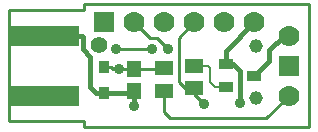
<source format=gbl>
G04 #@! TF.FileFunction,Copper,L2,Bot,Signal*
%FSLAX46Y46*%
G04 Gerber Fmt 4.6, Leading zero omitted, Abs format (unit mm)*
G04 Created by KiCad (PCBNEW 0.201511011201+6288~30~ubuntu15.10.1-product) date Wed Nov  4 22:56:01 2015*
%MOMM*%
G01*
G04 APERTURE LIST*
%ADD10C,0.150000*%
%ADD11C,0.254000*%
%ADD12R,0.889000X1.016000*%
%ADD13R,1.270000X0.889000*%
%ADD14R,1.498600X1.300480*%
%ADD15R,1.143000X1.397000*%
%ADD16C,1.778000*%
%ADD17R,1.778000X1.778000*%
%ADD18C,1.397000*%
%ADD19C,1.168400*%
%ADD20R,5.842000X1.778000*%
%ADD21C,0.889000*%
%ADD22C,0.381000*%
%ADD23C,0.203200*%
G04 APERTURE END LIST*
D10*
D11*
X31750000Y-25908000D02*
X31750000Y-25400000D01*
X25400000Y-25908000D02*
X31750000Y-25908000D01*
X31750000Y-35306000D02*
X31750000Y-35814000D01*
X25400000Y-35306000D02*
X31750000Y-35306000D01*
X25400000Y-35306000D02*
X25400000Y-25908000D01*
X50800000Y-35814000D02*
X31750000Y-35814000D01*
X50800000Y-25400000D02*
X50800000Y-35814000D01*
X31750000Y-25400000D02*
X50800000Y-25400000D01*
D12*
X33464500Y-30734000D03*
X33464500Y-32893000D03*
D13*
X43751500Y-32385000D03*
X46164500Y-31432500D03*
X43751500Y-30480000D03*
D14*
X38481000Y-30797500D03*
X38481000Y-32702500D03*
X41021000Y-32512000D03*
X41021000Y-30607000D03*
D15*
X35941000Y-30861000D03*
X35941000Y-32766000D03*
D16*
X49085500Y-33147000D03*
D17*
X33464500Y-26924000D03*
D16*
X36004500Y-26924000D03*
X38544500Y-26924000D03*
X41084500Y-26924000D03*
X43624500Y-26924000D03*
X46164500Y-26924000D03*
D17*
X49085500Y-30607000D03*
D16*
X49085500Y-28067000D03*
D18*
X33020000Y-28829000D03*
D19*
X46291500Y-33337500D03*
X46291500Y-28892500D03*
D20*
X28448000Y-33147000D03*
X28448000Y-28067000D03*
D21*
X38862000Y-29210000D03*
X41910000Y-33845500D03*
X34734500Y-30861000D03*
X34480500Y-29146500D03*
X37528500Y-29146500D03*
X44958000Y-33718500D03*
X35941000Y-33972500D03*
D11*
X38862000Y-29210000D02*
X37909500Y-28257500D01*
X37909500Y-28257500D02*
X37338000Y-28257500D01*
X37338000Y-28257500D02*
X36004500Y-26924000D01*
D22*
X48641000Y-28067000D02*
X47434500Y-29273500D01*
X47434500Y-30162500D02*
X46164500Y-31432500D01*
X47434500Y-29273500D02*
X47434500Y-30162500D01*
X49085500Y-28067000D02*
X48641000Y-28067000D01*
D11*
X39751000Y-32004000D02*
X39751000Y-28257500D01*
X39751000Y-28257500D02*
X41084500Y-26924000D01*
X41021000Y-32512000D02*
X41021000Y-32956500D01*
X40259000Y-32512000D02*
X39751000Y-32004000D01*
X41021000Y-32956500D02*
X41910000Y-33845500D01*
X41021000Y-32512000D02*
X40259000Y-32512000D01*
X34163000Y-30861000D02*
X34036000Y-30734000D01*
X38417500Y-30861000D02*
X38481000Y-30797500D01*
X35941000Y-30861000D02*
X38417500Y-30861000D01*
X34734500Y-30861000D02*
X35941000Y-30861000D01*
X34036000Y-30734000D02*
X33464500Y-30734000D01*
X34734500Y-30861000D02*
X34163000Y-30861000D01*
X37528500Y-29146500D02*
X34480500Y-29146500D01*
X38481000Y-34480500D02*
X39052500Y-35052000D01*
X39052500Y-35052000D02*
X47180500Y-35052000D01*
X47180500Y-35052000D02*
X49085500Y-33147000D01*
X38481000Y-32702500D02*
X38481000Y-34480500D01*
D22*
X31623000Y-28130500D02*
X31623000Y-29210000D01*
X30734000Y-28067000D02*
X31559500Y-28067000D01*
X32258000Y-32385000D02*
X32258000Y-29845000D01*
X32766000Y-32893000D02*
X32258000Y-32385000D01*
X31623000Y-29210000D02*
X32258000Y-29845000D01*
X32766000Y-32893000D02*
X33464500Y-32893000D01*
X44958000Y-33718500D02*
X44958000Y-31051500D01*
X33464500Y-32893000D02*
X35814000Y-32893000D01*
X31559500Y-28067000D02*
X31623000Y-28130500D01*
X35814000Y-32893000D02*
X35941000Y-32766000D01*
X44386500Y-30480000D02*
X44958000Y-31051500D01*
X43751500Y-29337000D02*
X46164500Y-26924000D01*
X35941000Y-32766000D02*
X35941000Y-33972500D01*
X43751500Y-30480000D02*
X43751500Y-29337000D01*
X43751500Y-30480000D02*
X44386500Y-30480000D01*
D23*
X42799000Y-32385000D02*
X43751500Y-32385000D01*
X42418000Y-32004000D02*
X42799000Y-32385000D01*
X41021000Y-30607000D02*
X42227500Y-30607000D01*
X42418000Y-30797500D02*
X42418000Y-32004000D01*
X42227500Y-30607000D02*
X42418000Y-30797500D01*
M02*

</source>
